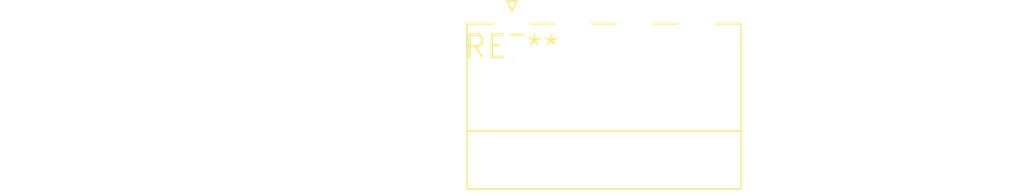
<source format=kicad_pcb>
(kicad_pcb (version 20240108) (generator pcbnew)
  (layers (0 "F.Cu" signal) (31 "B.Cu" signal) (34 "B.Paste" user) (35 "F.Paste" user) (36 "B.SilkS" user "B.Silkscreen") (37 "F.SilkS" user "F.Silkscreen") (38 "B.Mask" user) (39 "F.Mask" user) (44 "Edge.Cuts" user))
  (net 0 "")
  (footprint "PhoenixContact_MC_1,5_4-G-3.5_1x04_P3.50mm_Horizontal" (layer "F.Cu") (at 0 0)
    (property "Reference" "REF**")
    (property "Value" "PhoenixContact_MC_1,5_4-G-3.5_1x04_P3.50mm_Horizontal")
    (fp_line (start -2.56 -1.31) (end -2.56 8.11) (layer "F.SilkS") (stroke (width 0.12)))
    (fp_line (start -2.56 -1.31) (end -1.05 -1.31) (layer "F.SilkS") (stroke (width 0.12)))
    (fp_line (start -2.56 4.8) (end 13.06 4.8) (layer "F.SilkS") (stroke (width 0.12)))
    (fp_line (start -2.56 8.11) (end 13.06 8.11) (layer "F.SilkS") (stroke (width 0.12)))
    (fp_line (start -0.3 -2.6) (end 0.3 -2.6) (layer "F.SilkS") (stroke (width 0.12)))
    (fp_line (start 0 -2) (end -0.3 -2.6) (layer "F.SilkS") (stroke (width 0.12)))
    (fp_line (start 0.3 -2.6) (end 0 -2) (layer "F.SilkS") (stroke (width 0.12)))
    (fp_line (start 1.05 -1.31) (end 2.45 -1.31) (layer "F.SilkS") (stroke (width 0.12)))
    (fp_line (start 4.55 -1.31) (end 5.95 -1.31) (layer "F.SilkS") (stroke (width 0.12)))
    (fp_line (start 8.05 -1.31) (end 9.45 -1.31) (layer "F.SilkS") (stroke (width 0.12)))
    (fp_line (start 13.06 -1.31) (end 11.55 -1.31) (layer "F.SilkS") (stroke (width 0.12)))
    (fp_line (start 13.06 8.11) (end 13.06 -1.31) (layer "F.SilkS") (stroke (width 0.12)))
    (pad "1" thru_hole roundrect (at 0 0) (size 1.8 3.6) (drill 1.2) (layers *.Cu *.Mask) (remove_unused_layers) (roundrect_rratio 0.138889))
    (pad "2" thru_hole oval (at 3.5 0) (size 1.8 3.6) (drill 1.2) (layers *.Cu *.Mask) (remove_unused_layers))
    (pad "3" thru_hole oval (at 7 0) (size 1.8 3.6) (drill 1.2) (layers *.Cu *.Mask) (remove_unused_layers))
    (pad "4" thru_hole oval (at 10.5 0) (size 1.8 3.6) (drill 1.2) (layers *.Cu *.Mask) (remove_unused_layers))
  )
)
</source>
